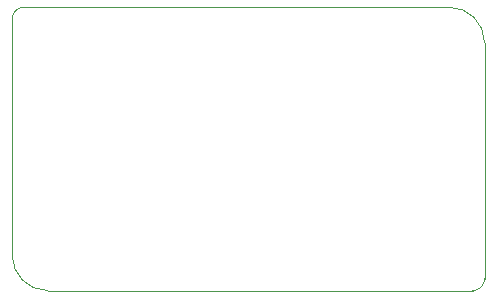
<source format=gbr>
%TF.GenerationSoftware,KiCad,Pcbnew,7.0.2*%
%TF.CreationDate,2023-05-06T19:40:55+10:00*%
%TF.ProjectId,Regulator,52656775-6c61-4746-9f72-2e6b69636164,rev?*%
%TF.SameCoordinates,Original*%
%TF.FileFunction,Profile,NP*%
%FSLAX46Y46*%
G04 Gerber Fmt 4.6, Leading zero omitted, Abs format (unit mm)*
G04 Created by KiCad (PCBNEW 7.0.2) date 2023-05-06 19:40:55*
%MOMM*%
%LPD*%
G01*
G04 APERTURE LIST*
%TA.AperFunction,Profile*%
%ADD10C,0.050000*%
%TD*%
G04 APERTURE END LIST*
D10*
X152000000Y-94000000D02*
G75*
G03*
X153000000Y-93000000I0J1000000D01*
G01*
X114000000Y-70000000D02*
G75*
G03*
X113000000Y-71000000I0J-1000000D01*
G01*
X113000000Y-91000000D02*
G75*
G03*
X116000000Y-94000000I3000000J0D01*
G01*
X153000000Y-73000000D02*
G75*
G03*
X150000000Y-70000000I-3000000J0D01*
G01*
X153000000Y-93000000D02*
X153000000Y-73000000D01*
X116000000Y-94000000D02*
X152000000Y-94000000D01*
X113000000Y-71000000D02*
X113000000Y-91000000D01*
X150000000Y-70000000D02*
X114000000Y-70000000D01*
M02*

</source>
